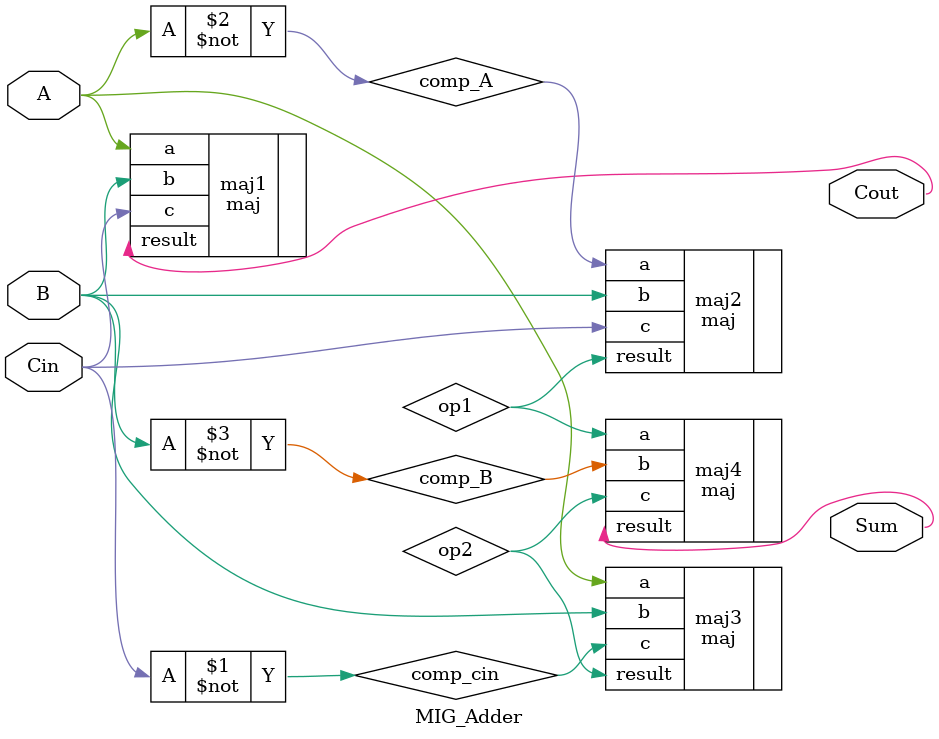
<source format=v>
`timescale 1ns / 1ps
`include "maj.v"
`include "min.v"
module MIG_Adder(
    input wire A,  
    input wire B,  
    input wire Cin,  
    output wire Sum,  
    output wire Cout  
);
    wire op1;
    wire op2;
    wire op3;
    wire comp_cin, comp_A, comp_B;
    assign comp_cin = ~Cin; 
    assign comp_A = ~A;
    assign comp_B = ~B;

    //Using minority majority
    maj maj1(.a(A), .b(B), .c(Cin), .result(Cout));//Cout
    
    maj maj2 (.a(comp_A), .b(B), .c(Cin), .result(op1));  
    maj maj3 (.a(A), .b(B), .c(comp_cin), .result(op2) );
    maj maj4 (.a(op1), .b(comp_B), .c(op2), .result(Sum));//Sum
endmodule
</source>
